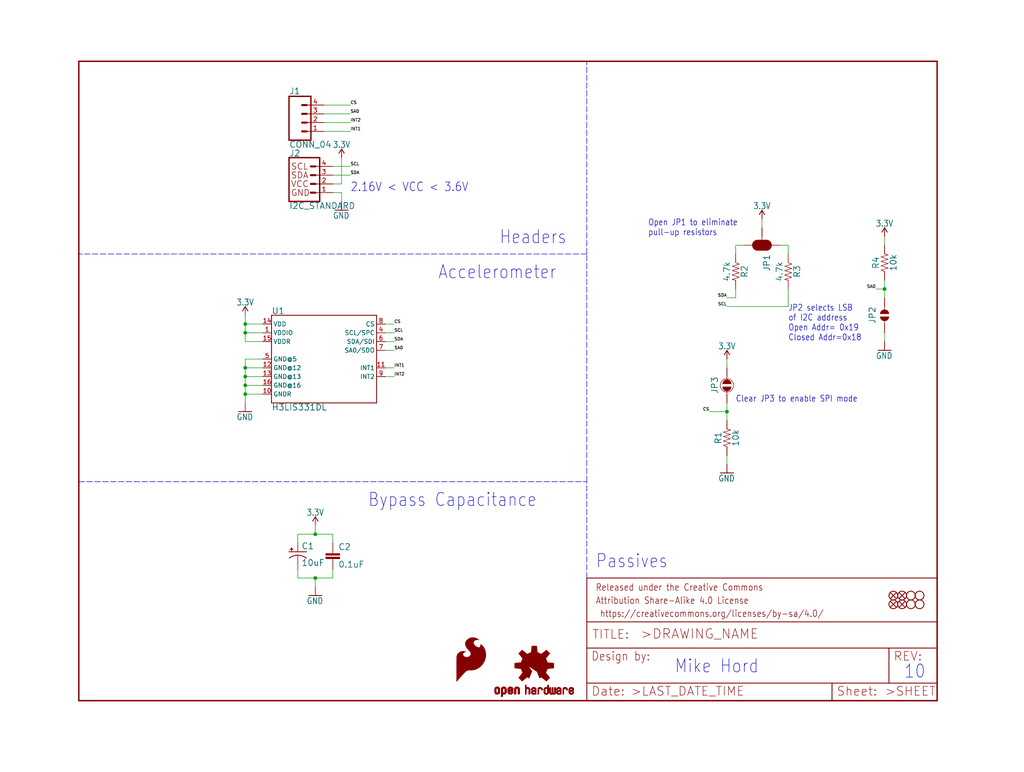
<source format=kicad_sch>
(kicad_sch (version 20211123) (generator eeschema)
  (paper "User" 297.002 223.926)
  (lib_symbols
    (symbol "schematicEagle-eagle-import:0.1UF-0603-25V-5%"
      (property "Reference" "C" (at 1.524 2.921 0))
      (property "Value" "0.1UF-0603-25V-5%" (at 1.524 -2.159 0))
      (symbol "0.1UF-0603-25V-5%_1_0"
        (pin passive line (at 0 5.08 270) (length 2.54) (name "1") (number "1"))
        (pin passive line (at 0 -2.54 90) (length 2.54) (name "2") (number "2"))
      )
    )
    (symbol "schematicEagle-eagle-import:10KOHM-0603-1{slash}10W-1%"
      (property "Reference" "R" (at 0 1.524 0))
      (property "Value" "10KOHM-0603-1{slash}10W-1%" (at 0 -1.524 0))
      (symbol "10KOHM-0603-1{slash}10W-1%_1_0"
        (pin passive line (at -5.08 0 0) (length 2.54) (name "1") (number "1"))
        (pin passive line (at 5.08 0 180) (length 2.54) (name "2") (number "2"))
      )
    )
    (symbol "schematicEagle-eagle-import:10UF-POLAR-EIA3216-16V-10%(TANT)"
      (property "Reference" "C" (at 1.016 0.635 0))
      (property "Value" "10UF-POLAR-EIA3216-16V-10%(TANT)" (at 1.016 -4.191 0))
      (symbol "10UF-POLAR-EIA3216-16V-10%(TANT)_1_0"
        (pin passive line (at 0 2.54 270) (length 2.54) (name "+") (number "+"))
        (pin passive line (at 0 -5.08 90) (length 2.54) (name "-") (number "-"))
      )
    )
    (symbol "schematicEagle-eagle-import:3.3V" (power)
      (property "Value" "3.3V" (at 0 2.794 0))
      (symbol "3.3V_1_0"
        (pin power_in line (at 0 0 90) (length 2.54) (name "3.3V") (number "1"))
      )
    )
    (symbol "schematicEagle-eagle-import:4.7KOHM-0603-1{slash}10W-1%"
      (property "Reference" "R" (at 0 1.524 0))
      (property "Value" "4.7KOHM-0603-1{slash}10W-1%" (at 0 -1.524 0))
      (symbol "4.7KOHM-0603-1{slash}10W-1%_1_0"
        (pin passive line (at -5.08 0 0) (length 2.54) (name "1") (number "1"))
        (pin passive line (at 5.08 0 180) (length 2.54) (name "2") (number "2"))
      )
    )
    (symbol "schematicEagle-eagle-import:CONN_04"
      (property "Reference" "J" (at -5.08 8.128 0))
      (property "Value" "CONN_04" (at -5.08 -7.366 0))
      (symbol "CONN_04_1_0"
        (pin passive line (at 5.08 -2.54 180) (length 5.08) (name "1") (number "1"))
        (pin passive line (at 5.08 0 180) (length 5.08) (name "2") (number "2"))
        (pin passive line (at 5.08 2.54 180) (length 5.08) (name "3") (number "3"))
        (pin passive line (at 5.08 5.08 180) (length 5.08) (name "4") (number "4"))
      )
    )
    (symbol "schematicEagle-eagle-import:FIDUCIAL1X2")
    (symbol "schematicEagle-eagle-import:FRAME-LETTER"
      (symbol "FRAME-LETTER_2_0"
        (text " https://creativecommons.org/licenses/by-sa/4.0/" (at 2.54 24.13 0) (effects (font (size 1.9304 1.6408)) (justify left bottom)))
        (text ">DRAWING_NAME" (at 15.494 17.78 0) (effects (font (size 2.7432 2.7432)) (justify left bottom)))
        (text ">LAST_DATE_TIME" (at 12.7 1.27 0) (effects (font (size 2.54 2.54)) (justify left bottom)))
        (text ">SHEET" (at 86.36 1.27 0) (effects (font (size 2.54 2.54)) (justify left bottom)))
        (text "Attribution Share-Alike 4.0 License" (at 2.54 27.94 0) (effects (font (size 1.9304 1.6408)) (justify left bottom)))
        (text "Date:" (at 1.27 1.27 0) (effects (font (size 2.54 2.54)) (justify left bottom)))
        (text "Design by:" (at 1.27 11.43 0) (effects (font (size 2.54 2.159)) (justify left bottom)))
        (text "Released under the Creative Commons" (at 2.54 31.75 0) (effects (font (size 1.9304 1.6408)) (justify left bottom)))
        (text "REV:" (at 88.9 11.43 0) (effects (font (size 2.54 2.54)) (justify left bottom)))
        (text "Sheet:" (at 72.39 1.27 0) (effects (font (size 2.54 2.54)) (justify left bottom)))
        (text "TITLE:" (at 1.524 17.78 0) (effects (font (size 2.54 2.54)) (justify left bottom)))
      )
    )
    (symbol "schematicEagle-eagle-import:GND" (power)
      (property "Value" "GND" (at -2.54 -2.54 0))
      (symbol "GND_1_0"
        (pin power_in line (at 0 2.54 270) (length 2.54) (name "GND") (number "1"))
      )
    )
    (symbol "schematicEagle-eagle-import:H3LIS331DL"
      (property "Reference" "U" (at -15.24 12.954 0))
      (property "Value" "H3LIS331DL" (at -15.24 -12.954 0))
      (symbol "H3LIS331DL_1_0"
        (pin bidirectional line (at -17.78 7.62 0) (length 2.54) (name "VDDIO") (number "1"))
        (pin bidirectional line (at -17.78 -10.16 0) (length 2.54) (name "GNDR") (number "10"))
        (pin bidirectional line (at 17.78 -2.54 180) (length 2.54) (name "INT1") (number "11"))
        (pin bidirectional line (at -17.78 -2.54 0) (length 2.54) (name "GND@12") (number "12"))
        (pin bidirectional line (at -17.78 -5.08 0) (length 2.54) (name "GND@13") (number "13"))
        (pin bidirectional line (at -17.78 10.16 0) (length 2.54) (name "VDD") (number "14"))
        (pin bidirectional line (at -17.78 5.08 0) (length 2.54) (name "VDDR") (number "15"))
        (pin bidirectional line (at -17.78 -7.62 0) (length 2.54) (name "GND@16") (number "16"))
        (pin bidirectional line (at 17.78 7.62 180) (length 2.54) (name "SCL/SPC") (number "4"))
        (pin bidirectional line (at -17.78 0 0) (length 2.54) (name "GND@5") (number "5"))
        (pin bidirectional line (at 17.78 5.08 180) (length 2.54) (name "SDA/SDI") (number "6"))
        (pin bidirectional line (at 17.78 2.54 180) (length 2.54) (name "SA0/SDO") (number "7"))
        (pin bidirectional line (at 17.78 10.16 180) (length 2.54) (name "CS") (number "8"))
        (pin bidirectional line (at 17.78 -5.08 180) (length 2.54) (name "INT2") (number "9"))
      )
    )
    (symbol "schematicEagle-eagle-import:I2C_STANDARD"
      (property "Reference" "J" (at -5.08 7.874 0))
      (property "Value" "I2C_STANDARD" (at -5.08 -5.334 0))
      (symbol "I2C_STANDARD_1_0"
        (text "GND" (at -4.572 -2.54 0) (effects (font (size 1.778 1.778)) (justify left)))
        (text "SCL" (at -4.572 5.08 0) (effects (font (size 1.778 1.778)) (justify left)))
        (text "SDA" (at -4.572 2.54 0) (effects (font (size 1.778 1.778)) (justify left)))
        (text "VCC" (at -4.572 0 0) (effects (font (size 1.778 1.778)) (justify left)))
        (pin power_in line (at 7.62 -2.54 180) (length 5.08) (name "1") (number "1"))
        (pin power_in line (at 7.62 0 180) (length 5.08) (name "2") (number "2"))
        (pin passive line (at 7.62 2.54 180) (length 5.08) (name "3") (number "3"))
        (pin passive line (at 7.62 5.08 180) (length 5.08) (name "4") (number "4"))
      )
    )
    (symbol "schematicEagle-eagle-import:JUMPER-SMT_2_NC_PASTE_NO-SILK"
      (property "Reference" "JP" (at -2.54 2.54 0))
      (property "Value" "JUMPER-SMT_2_NC_PASTE_NO-SILK" (at -2.54 -2.54 0))
      (symbol "JUMPER-SMT_2_NC_PASTE_NO-SILK_1_0"
        (pin passive line (at -5.08 0 0) (length 2.54) (name "1") (number "1"))
        (pin passive line (at 5.08 0 180) (length 2.54) (name "2") (number "2"))
      )
    )
    (symbol "schematicEagle-eagle-import:JUMPER-SMT_2_NO_NO-SILK"
      (property "Reference" "JP" (at -2.54 2.54 0))
      (property "Value" "JUMPER-SMT_2_NO_NO-SILK" (at -2.54 -2.54 0))
      (symbol "JUMPER-SMT_2_NO_NO-SILK_1_0"
        (pin passive line (at -5.08 0 0) (length 2.54) (name "1") (number "1"))
        (pin passive line (at 5.08 0 180) (length 2.54) (name "2") (number "2"))
      )
    )
    (symbol "schematicEagle-eagle-import:JUMPER-SMT_3_2-NC_PASTE_NO-SILK"
      (property "Reference" "JP" (at 2.54 0.381 0))
      (property "Value" "JUMPER-SMT_3_2-NC_PASTE_NO-SILK" (at 2.54 -0.381 0))
      (symbol "JUMPER-SMT_3_2-NC_PASTE_NO-SILK_1_0"
        (pin passive line (at 0 5.08 270) (length 2.54) (name "1") (number "1"))
        (pin passive line (at -5.08 0 0) (length 2.54) (name "2") (number "2"))
        (pin passive line (at 0 -5.08 90) (length 2.54) (name "3") (number "3"))
      )
    )
    (symbol "schematicEagle-eagle-import:OSHW-LOGOS")
    (symbol "schematicEagle-eagle-import:SFE_LOGO_FLAME.1_INCH")
    (symbol "schematicEagle-eagle-import:STAND-OFF")
  )
  (junction (at 91.44 154.94))
  (junction (at 71.12 114.3))
  (junction (at 91.44 167.64))
  (junction (at 71.12 96.52))
  (junction (at 71.12 109.22))
  (junction (at 71.12 106.68))
  (junction (at 210.82 119.38))
  (junction (at 71.12 93.98))
  (junction (at 256.54 83.82))
  (junction (at 71.12 111.76))
  (wire (pts (xy 76.2 99.06) (xy 71.12 99.06)))
  (polyline (pts (xy 170.18 139.7) (xy 170.18 73.66)))
  (wire (pts (xy 210.82 104.14) (xy 210.82 106.68)))
  (wire (pts (xy 91.44 154.94) (xy 91.44 152.4)))
  (wire (pts (xy 111.76 101.6) (xy 114.3 101.6)))
  (wire (pts (xy 96.52 53.34) (xy 99.06 53.34)))
  (wire (pts (xy 76.2 106.68) (xy 71.12 106.68)))
  (wire (pts (xy 71.12 99.06) (xy 71.12 96.52)))
  (wire (pts (xy 111.76 93.98) (xy 114.3 93.98)))
  (wire (pts (xy 210.82 116.84) (xy 210.82 119.38)))
  (wire (pts (xy 99.06 55.88) (xy 99.06 58.42)))
  (wire (pts (xy 71.12 96.52) (xy 71.12 93.98)))
  (wire (pts (xy 213.36 71.12) (xy 213.36 73.66)))
  (wire (pts (xy 71.12 111.76) (xy 71.12 114.3)))
  (wire (pts (xy 220.98 63.5) (xy 220.98 66.04)))
  (wire (pts (xy 111.76 109.22) (xy 114.3 109.22)))
  (wire (pts (xy 76.2 109.22) (xy 71.12 109.22)))
  (wire (pts (xy 210.82 119.38) (xy 210.82 121.92)))
  (wire (pts (xy 256.54 83.82) (xy 256.54 81.28)))
  (wire (pts (xy 91.44 154.94) (xy 96.52 154.94)))
  (wire (pts (xy 256.54 86.36) (xy 256.54 83.82)))
  (polyline (pts (xy 170.18 73.66) (xy 170.18 17.78)))
  (wire (pts (xy 76.2 111.76) (xy 71.12 111.76)))
  (wire (pts (xy 71.12 93.98) (xy 71.12 91.44)))
  (wire (pts (xy 256.54 99.06) (xy 256.54 96.52)))
  (wire (pts (xy 76.2 93.98) (xy 71.12 93.98)))
  (wire (pts (xy 228.6 83.82) (xy 228.6 88.9)))
  (polyline (pts (xy 22.86 139.7) (xy 170.18 139.7)))
  (wire (pts (xy 71.12 106.68) (xy 71.12 109.22)))
  (wire (pts (xy 213.36 86.36) (xy 210.82 86.36)))
  (wire (pts (xy 93.98 35.56) (xy 101.6 35.56)))
  (wire (pts (xy 210.82 132.08) (xy 210.82 134.62)))
  (wire (pts (xy 215.9 71.12) (xy 213.36 71.12)))
  (wire (pts (xy 76.2 114.3) (xy 71.12 114.3)))
  (wire (pts (xy 71.12 114.3) (xy 71.12 116.84)))
  (wire (pts (xy 86.36 165.1) (xy 86.36 167.64)))
  (wire (pts (xy 93.98 30.48) (xy 101.6 30.48)))
  (wire (pts (xy 111.76 99.06) (xy 114.3 99.06)))
  (wire (pts (xy 99.06 53.34) (xy 99.06 45.72)))
  (wire (pts (xy 96.52 50.8) (xy 101.6 50.8)))
  (wire (pts (xy 93.98 33.02) (xy 101.6 33.02)))
  (wire (pts (xy 96.52 48.26) (xy 101.6 48.26)))
  (wire (pts (xy 228.6 71.12) (xy 228.6 73.66)))
  (wire (pts (xy 96.52 167.64) (xy 96.52 165.1)))
  (wire (pts (xy 71.12 109.22) (xy 71.12 111.76)))
  (wire (pts (xy 91.44 170.18) (xy 91.44 167.64)))
  (wire (pts (xy 86.36 154.94) (xy 91.44 154.94)))
  (wire (pts (xy 213.36 83.82) (xy 213.36 86.36)))
  (polyline (pts (xy 170.18 73.66) (xy 22.86 73.66)))
  (wire (pts (xy 111.76 106.68) (xy 114.3 106.68)))
  (wire (pts (xy 93.98 38.1) (xy 101.6 38.1)))
  (wire (pts (xy 71.12 104.14) (xy 71.12 106.68)))
  (wire (pts (xy 256.54 83.82) (xy 254 83.82)))
  (wire (pts (xy 86.36 157.48) (xy 86.36 154.94)))
  (wire (pts (xy 256.54 68.58) (xy 256.54 71.12)))
  (wire (pts (xy 76.2 96.52) (xy 71.12 96.52)))
  (wire (pts (xy 76.2 104.14) (xy 71.12 104.14)))
  (wire (pts (xy 226.06 71.12) (xy 228.6 71.12)))
  (wire (pts (xy 96.52 55.88) (xy 99.06 55.88)))
  (polyline (pts (xy 170.18 167.64) (xy 170.18 139.7)))
  (wire (pts (xy 228.6 88.9) (xy 210.82 88.9)))
  (wire (pts (xy 86.36 167.64) (xy 91.44 167.64)))
  (wire (pts (xy 210.82 119.38) (xy 205.74 119.38)))
  (wire (pts (xy 91.44 167.64) (xy 96.52 167.64)))
  (wire (pts (xy 96.52 154.94) (xy 96.52 157.48)))
  (wire (pts (xy 111.76 96.52) (xy 114.3 96.52)))
  (text "Accelerometer" (at 127 81.28 180) (effects (font (size 3.81 3.2385)) (justify left bottom)))
  (text "Clear JP3 to enable SPI mode" (at 213.36 116.84 180) (effects (font (size 1.778 1.5113)) (justify left bottom)))
  (text "Open JP1 to eliminate\npull-up resistors" (at 187.96 68.58 180) (effects (font (size 1.778 1.5113)) (justify left bottom)))
  (text "10" (at 262.128 197.104 180) (effects (font (size 3.81 3.2385)) (justify left bottom)))
  (text "JP2 selects LSB\nof I2C address\nOpen Addr= 0x19\nClosed Addr=0x18" (at 228.6 99.06 0) (effects (font (size 1.778 1.5113)) (justify left bottom)))
  (text "2.16V < VCC < 3.6V" (at 101.6 55.88 180) (effects (font (size 2.54 2.159)) (justify left bottom)))
  (text "Headers" (at 144.78 71.12 180) (effects (font (size 3.81 3.2385)) (justify left bottom)))
  (text "Bypass Capacitance" (at 106.68 147.32 180) (effects (font (size 3.81 3.2385)) (justify left bottom)))
  (text "Passives" (at 172.72 165.1 180) (effects (font (size 3.81 3.2385)) (justify left bottom)))
  (text "Mike Hord" (at 195.58 195.58 180) (effects (font (size 3.81 3.2385)) (justify left bottom)))
  (label "CS" (at 114.3 93.98 0) (effects (font (size 0.889 0.889))))
  (label "SA0" (at 101.6 33.02 0) (effects (font (size 0.889 0.889))))
  (label "SCL" (at 101.6 48.26 0) (effects (font (size 0.889 0.889))))
  (label "CS" (at 205.74 119.38 180) (effects (font (size 0.889 0.889))))
  (label "INT2" (at 114.3 109.22 0) (effects (font (size 0.889 0.889))))
  (label "INT1" (at 114.3 106.68 0) (effects (font (size 0.889 0.889))))
  (label "SDA" (at 101.6 50.8 0) (effects (font (size 0.889 0.889))))
  (label "INT1" (at 101.6 38.1 0) (effects (font (size 0.889 0.889))))
  (label "CS" (at 101.6 30.48 0) (effects (font (size 0.889 0.889))))
  (label "INT2" (at 101.6 35.56 0) (effects (font (size 0.889 0.889))))
  (label "SA0" (at 114.3 101.6 0) (effects (font (size 0.889 0.889))))
  (label "SDA" (at 210.82 86.36 180) (effects (font (size 0.889 0.889))))
  (label "SCL" (at 210.82 88.9 180) (effects (font (size 0.889 0.889))))
  (label "SDA" (at 114.3 99.06 0) (effects (font (size 0.889 0.889))))
  (label "SCL" (at 114.3 96.52 0) (effects (font (size 0.889 0.889))))
  (label "SA0" (at 254 83.82 180) (effects (font (size 0.889 0.889))))
  (symbol (lib_id "schematicEagle-eagle-import:3.3V") (at 99.06 45.72 0) (unit 1)
    (property "Reference" "#SUPPLY1" (effects hide))
    (property "Value" "3.3V" (at 99.06 42.926 0) (effects (font (size 1.778 1.5113)) (justify bottom)))
    (property "Footprint" "schematicEagle:" (effects hide))
  )
  (symbol (lib_id "schematicEagle-eagle-import:GND") (at 210.82 137.16 0) (unit 1)
    (property "Reference" "#GND3" (effects hide))
    (property "Value" "GND" (at 208.28 139.7 0) (effects (font (size 1.778 1.5113)) (justify left bottom)))
    (property "Footprint" "schematicEagle:" (effects hide))
  )
  (symbol (lib_id "schematicEagle-eagle-import:JUMPER-SMT_3_2-NC_PASTE_NO-SILK") (at 220.98 71.12 270) (unit 1)
    (property "Reference" "JP1" (at 221.361 73.66 0) (effects (font (size 1.778 1.778)) (justify left bottom)))
    (property "Value" "JUMPER-SMT_3_2-NC_PASTE_NO-SILK" (effects hide))
    (property "Footprint" "schematicEagle:SMT-JUMPER_3_2-NC_PASTE_NO-SILK" (effects hide))
  )
  (symbol (lib_id "schematicEagle-eagle-import:I2C_STANDARD") (at 88.9 53.34 0) (unit 1)
    (property "Reference" "J2" (at 83.82 45.466 0) (effects (font (size 1.778 1.778)) (justify left bottom)))
    (property "Value" "I2C_STANDARD" (at 83.82 58.674 0) (effects (font (size 1.778 1.778)) (justify left top)))
    (property "Footprint" "schematicEagle:1X04" (effects hide))
  )
  (symbol (lib_id "schematicEagle-eagle-import:10KOHM-0603-1{slash}10W-1%") (at 256.54 76.2 90) (unit 1)
    (property "Reference" "R4" (at 255.016 76.2 0) (effects (font (size 1.778 1.778)) (justify bottom)))
    (property "Value" "10k" (at 258.064 76.2 0) (effects (font (size 1.778 1.778)) (justify top)))
    (property "Footprint" "schematicEagle:0603" (effects hide))
  )
  (symbol (lib_id "schematicEagle-eagle-import:3.3V") (at 91.44 152.4 0) (unit 1)
    (property "Reference" "#SUPPLY6" (effects hide))
    (property "Value" "3.3V" (at 91.44 149.606 0) (effects (font (size 1.778 1.5113)) (justify bottom)))
    (property "Footprint" "schematicEagle:" (effects hide))
  )
  (symbol (lib_id "schematicEagle-eagle-import:STAND-OFF") (at 266.7 172.72 0) (unit 1)
    (property "Reference" "JP10" (effects hide))
    (property "Value" "STAND-OFF" (effects hide))
    (property "Footprint" "schematicEagle:STAND-OFF" (effects hide))
  )
  (symbol (lib_id "schematicEagle-eagle-import:FIDUCIAL1X2") (at 261.62 172.72 0) (unit 1)
    (property "Reference" "JP6" (effects hide))
    (property "Value" "FIDUCIAL1X2" (effects hide))
    (property "Footprint" "schematicEagle:FIDUCIAL-1X2" (effects hide))
  )
  (symbol (lib_id "schematicEagle-eagle-import:FRAME-LETTER") (at 22.86 203.2 0) (unit 1)
    (property "Reference" "FRAME1" (effects hide))
    (property "Value" "FRAME-LETTER" (effects hide))
    (property "Footprint" "schematicEagle:CREATIVE_COMMONS" (effects hide))
  )
  (symbol (lib_id "schematicEagle-eagle-import:FIDUCIAL1X2") (at 259.08 172.72 0) (unit 1)
    (property "Reference" "JP4" (effects hide))
    (property "Value" "FIDUCIAL1X2" (effects hide))
    (property "Footprint" "schematicEagle:FIDUCIAL-1X2" (effects hide))
  )
  (symbol (lib_id "schematicEagle-eagle-import:3.3V") (at 256.54 68.58 0) (unit 1)
    (property "Reference" "#SUPPLY5" (effects hide))
    (property "Value" "3.3V" (at 256.54 65.786 0) (effects (font (size 1.778 1.5113)) (justify bottom)))
    (property "Footprint" "schematicEagle:" (effects hide))
  )
  (symbol (lib_id "schematicEagle-eagle-import:STAND-OFF") (at 264.16 172.72 0) (unit 1)
    (property "Reference" "JP8" (effects hide))
    (property "Value" "STAND-OFF" (effects hide))
    (property "Footprint" "schematicEagle:STAND-OFF" (effects hide))
  )
  (symbol (lib_id "schematicEagle-eagle-import:4.7KOHM-0603-1{slash}10W-1%") (at 213.36 78.74 270) (unit 1)
    (property "Reference" "R2" (at 214.884 78.74 0) (effects (font (size 1.778 1.778)) (justify bottom)))
    (property "Value" "4.7k" (at 211.836 78.74 0) (effects (font (size 1.778 1.778)) (justify top)))
    (property "Footprint" "schematicEagle:0603" (effects hide))
  )
  (symbol (lib_id "schematicEagle-eagle-import:GND") (at 91.44 172.72 0) (unit 1)
    (property "Reference" "#GND5" (effects hide))
    (property "Value" "GND" (at 88.9 175.26 0) (effects (font (size 1.778 1.5113)) (justify left bottom)))
    (property "Footprint" "schematicEagle:" (effects hide))
  )
  (symbol (lib_id "schematicEagle-eagle-import:STAND-OFF") (at 264.16 175.26 0) (unit 1)
    (property "Reference" "JP9" (effects hide))
    (property "Value" "STAND-OFF" (effects hide))
    (property "Footprint" "schematicEagle:STAND-OFF" (effects hide))
  )
  (symbol (lib_id "schematicEagle-eagle-import:STAND-OFF") (at 266.7 175.26 0) (unit 1)
    (property "Reference" "JP11" (effects hide))
    (property "Value" "STAND-OFF" (effects hide))
    (property "Footprint" "schematicEagle:STAND-OFF" (effects hide))
  )
  (symbol (lib_id "schematicEagle-eagle-import:JUMPER-SMT_2_NC_PASTE_NO-SILK") (at 210.82 111.76 90) (unit 1)
    (property "Reference" "JP3" (at 208.28 114.3 0) (effects (font (size 1.778 1.778)) (justify left bottom)))
    (property "Value" "JUMPER-SMT_2_NC_PASTE_NO-SILK" (effects hide))
    (property "Footprint" "schematicEagle:SMT-JUMPER_2_NC_PASTE_NO-SILK" (effects hide))
  )
  (symbol (lib_id "schematicEagle-eagle-import:FRAME-LETTER") (at 170.18 203.2 0) (unit 2)
    (property "Reference" "FRAME1" (effects hide))
    (property "Value" "FRAME-LETTER" (effects hide))
    (property "Footprint" "schematicEagle:CREATIVE_COMMONS" (effects hide))
  )
  (symbol (lib_id "schematicEagle-eagle-import:FIDUCIAL1X2") (at 259.08 175.26 0) (unit 1)
    (property "Reference" "JP5" (effects hide))
    (property "Value" "FIDUCIAL1X2" (effects hide))
    (property "Footprint" "schematicEagle:FIDUCIAL-1X2" (effects hide))
  )
  (symbol (lib_id "schematicEagle-eagle-import:SFE_LOGO_FLAME.1_INCH") (at 132.08 198.12 0) (unit 1)
    (property "Reference" "LOGO1" (effects hide))
    (property "Value" "SFE_LOGO_FLAME.1_INCH" (effects hide))
    (property "Footprint" "schematicEagle:SFE_LOGO_FLAME_.1" (effects hide))
  )
  (symbol (lib_id "schematicEagle-eagle-import:3.3V") (at 220.98 63.5 0) (unit 1)
    (property "Reference" "#SUPPLY4" (effects hide))
    (property "Value" "3.3V" (at 220.98 60.706 0) (effects (font (size 1.778 1.5113)) (justify bottom)))
    (property "Footprint" "schematicEagle:" (effects hide))
  )
  (symbol (lib_id "schematicEagle-eagle-import:FIDUCIAL1X2") (at 261.62 175.26 0) (unit 1)
    (property "Reference" "JP7" (effects hide))
    (property "Value" "FIDUCIAL1X2" (effects hide))
    (property "Footprint" "schematicEagle:FIDUCIAL-1X2" (effects hide))
  )
  (symbol (lib_id "schematicEagle-eagle-import:0.1UF-0603-25V-5%") (at 96.52 162.56 0) (unit 1)
    (property "Reference" "C2" (at 98.044 159.639 0) (effects (font (size 1.778 1.778)) (justify left bottom)))
    (property "Value" "0.1uF" (at 98.044 164.719 0) (effects (font (size 1.778 1.778)) (justify left bottom)))
    (property "Footprint" "schematicEagle:0603" (effects hide))
  )
  (symbol (lib_id "schematicEagle-eagle-import:4.7KOHM-0603-1{slash}10W-1%") (at 228.6 78.74 270) (unit 1)
    (property "Reference" "R3" (at 230.124 78.74 0) (effects (font (size 1.778 1.778)) (justify bottom)))
    (property "Value" "4.7k" (at 227.076 78.74 0) (effects (font (size 1.778 1.778)) (justify top)))
    (property "Footprint" "schematicEagle:0603" (effects hide))
  )
  (symbol (lib_id "schematicEagle-eagle-import:10KOHM-0603-1{slash}10W-1%") (at 210.82 127 90) (unit 1)
    (property "Reference" "R1" (at 209.296 127 0) (effects (font (size 1.778 1.778)) (justify bottom)))
    (property "Value" "10k" (at 212.344 127 0) (effects (font (size 1.778 1.778)) (justify top)))
    (property "Footprint" "schematicEagle:0603" (effects hide))
  )
  (symbol (lib_id "schematicEagle-eagle-import:JUMPER-SMT_2_NO_NO-SILK") (at 256.54 91.44 90) (unit 1)
    (property "Reference" "JP2" (at 254 93.98 0) (effects (font (size 1.778 1.778)) (justify left bottom)))
    (property "Value" "JUMPER-SMT_2_NO_NO-SILK" (effects hide))
    (property "Footprint" "schematicEagle:SMT-JUMPER_2_NO_NO-SILK" (effects hide))
  )
  (symbol (lib_id "schematicEagle-eagle-import:10UF-POLAR-EIA3216-16V-10%(TANT)") (at 86.36 160.02 0) (unit 1)
    (property "Reference" "C1" (at 87.376 159.385 0) (effects (font (size 1.778 1.778)) (justify left bottom)))
    (property "Value" "10uF" (at 87.376 164.211 0) (effects (font (size 1.778 1.778)) (justify left bottom)))
    (property "Footprint" "schematicEagle:EIA3216" (effects hide))
  )
  (symbol (lib_id "schematicEagle-eagle-import:3.3V") (at 71.12 91.44 0) (unit 1)
    (property "Reference" "#SUPPLY2" (effects hide))
    (property "Value" "3.3V" (at 71.12 88.646 0) (effects (font (size 1.778 1.5113)) (justify bottom)))
    (property "Footprint" "schematicEagle:" (effects hide))
  )
  (symbol (lib_id "schematicEagle-eagle-import:3.3V") (at 210.82 104.14 0) (unit 1)
    (property "Reference" "#SUPPLY3" (effects hide))
    (property "Value" "3.3V" (at 210.82 101.346 0) (effects (font (size 1.778 1.5113)) (justify bottom)))
    (property "Footprint" "schematicEagle:" (effects hide))
  )
  (symbol (lib_id "schematicEagle-eagle-import:GND") (at 256.54 101.6 0) (unit 1)
    (property "Reference" "#GND4" (effects hide))
    (property "Value" "GND" (at 254 104.14 0) (effects (font (size 1.778 1.5113)) (justify left bottom)))
    (property "Footprint" "schematicEagle:" (effects hide))
  )
  (symbol (lib_id "schematicEagle-eagle-import:GND") (at 99.06 60.96 0) (unit 1)
    (property "Reference" "#GND1" (effects hide))
    (property "Value" "GND" (at 96.52 63.5 0) (effects (font (size 1.778 1.5113)) (justify left bottom)))
    (property "Footprint" "schematicEagle:" (effects hide))
  )
  (symbol (lib_id "schematicEagle-eagle-import:GND") (at 71.12 119.38 0) (unit 1)
    (property "Reference" "#GND2" (effects hide))
    (property "Value" "GND" (at 68.58 121.92 0) (effects (font (size 1.778 1.5113)) (justify left bottom)))
    (property "Footprint" "schematicEagle:" (effects hide))
  )
  (symbol (lib_id "schematicEagle-eagle-import:CONN_04") (at 88.9 35.56 0) (unit 1)
    (property "Reference" "J1" (at 83.82 27.432 0) (effects (font (size 1.778 1.778)) (justify left bottom)))
    (property "Value" "CONN_04" (at 83.82 42.926 0) (effects (font (size 1.778 1.778)) (justify left bottom)))
    (property "Footprint" "schematicEagle:1X04" (effects hide))
  )
  (symbol (lib_id "schematicEagle-eagle-import:H3LIS331DL") (at 93.98 104.14 0) (unit 1)
    (property "Reference" "U1" (at 78.74 91.186 0) (effects (font (size 1.778 1.778)) (justify left bottom)))
    (property "Value" "H3LIS331DL" (at 78.74 117.094 0) (effects (font (size 1.778 1.778)) (justify left top)))
    (property "Footprint" "schematicEagle:LGA-16-3X3" (effects hide))
  )
  (symbol (lib_id "schematicEagle-eagle-import:OSHW-LOGOS") (at 154.94 193.04 0) (unit 1)
    (property "Reference" "LOGO2" (effects hide))
    (property "Value" "OSHW-LOGOS" (effects hide))
    (property "Footprint" "schematicEagle:OSHW-LOGO-S" (effects hide))
  )
)
</source>
